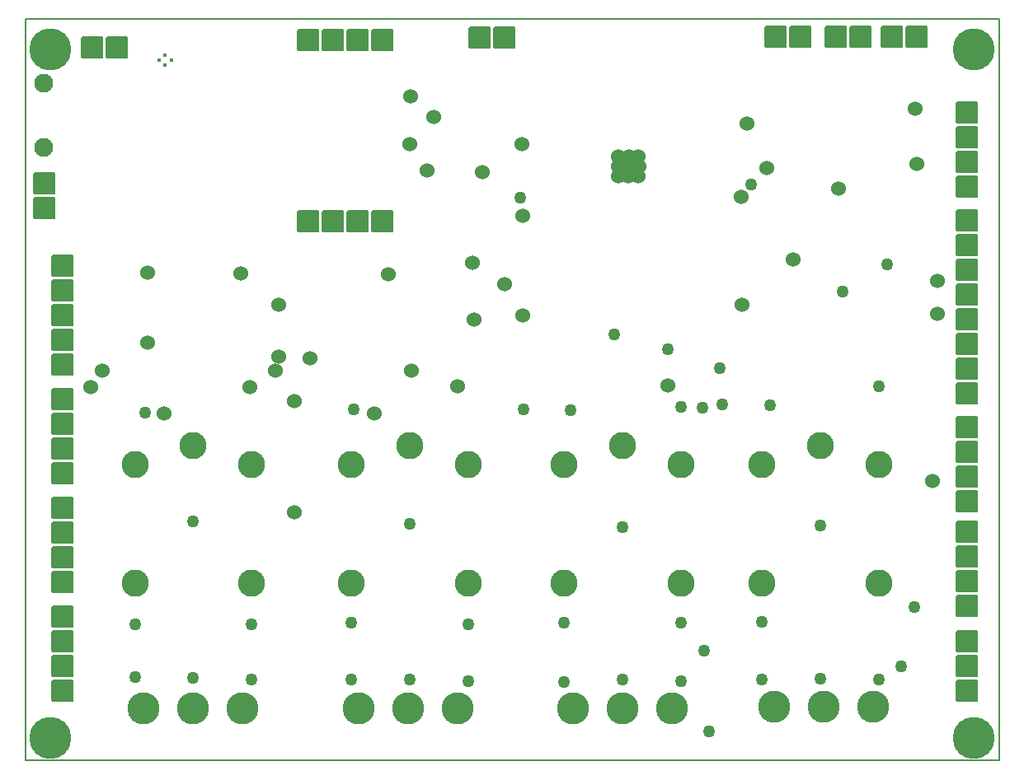
<source format=gbr>
G04 PROTEUS GERBER X2 FILE*
%TF.GenerationSoftware,Labcenter,Proteus,8.9-SP0-Build27865*%
%TF.CreationDate,2021-01-11T14:01:32+00:00*%
%TF.FileFunction,Soldermask,Bot*%
%TF.FilePolarity,Negative*%
%TF.Part,Single*%
%TF.SameCoordinates,{9f0a7d81-3364-476e-981e-304885b4a122}*%
%FSLAX45Y45*%
%MOMM*%
G01*
%TA.AperFunction,Material*%
%ADD43C,1.270000*%
%ADD44C,1.524000*%
%ADD45C,4.318000*%
%TA.AperFunction,Material*%
%ADD46C,3.302000*%
%AMPPAD041*
4,1,36,
1.016000,-1.143000,
-1.016000,-1.143000,
-1.041970,-1.140470,
-1.065980,-1.133200,
-1.087580,-1.121650,
-1.106290,-1.106290,
-1.121650,-1.087570,
-1.133200,-1.065980,
-1.140470,-1.041970,
-1.143000,-1.016000,
-1.143000,1.016000,
-1.140470,1.041970,
-1.133200,1.065980,
-1.121650,1.087570,
-1.106290,1.106290,
-1.087580,1.121650,
-1.065980,1.133200,
-1.041970,1.140470,
-1.016000,1.143000,
1.016000,1.143000,
1.041970,1.140470,
1.065980,1.133200,
1.087580,1.121650,
1.106290,1.106290,
1.121650,1.087570,
1.133200,1.065980,
1.140470,1.041970,
1.143000,1.016000,
1.143000,-1.016000,
1.140470,-1.041970,
1.133200,-1.065980,
1.121650,-1.087570,
1.106290,-1.106290,
1.087580,-1.121650,
1.065980,-1.133200,
1.041970,-1.140470,
1.016000,-1.143000,
0*%
%TA.AperFunction,Material*%
%ADD47PPAD041*%
%AMPPAD047*
4,1,36,
1.143000,1.016000,
1.143000,-1.016000,
1.140470,-1.041970,
1.133200,-1.065980,
1.121650,-1.087580,
1.106290,-1.106290,
1.087570,-1.121650,
1.065980,-1.133200,
1.041970,-1.140470,
1.016000,-1.143000,
-1.016000,-1.143000,
-1.041970,-1.140470,
-1.065980,-1.133200,
-1.087570,-1.121650,
-1.106290,-1.106290,
-1.121650,-1.087580,
-1.133200,-1.065980,
-1.140470,-1.041970,
-1.143000,-1.016000,
-1.143000,1.016000,
-1.140470,1.041970,
-1.133200,1.065980,
-1.121650,1.087580,
-1.106290,1.106290,
-1.087570,1.121650,
-1.065980,1.133200,
-1.041970,1.140470,
-1.016000,1.143000,
1.016000,1.143000,
1.041970,1.140470,
1.065980,1.133200,
1.087570,1.121650,
1.106290,1.106290,
1.121650,1.087580,
1.133200,1.065980,
1.140470,1.041970,
1.143000,1.016000,
0*%
%TA.AperFunction,Material*%
%ADD53PPAD047*%
%TA.AperFunction,Material*%
%ADD54C,2.794000*%
%TA.AperFunction,Material*%
%ADD61C,0.400000*%
%TA.AperFunction,Material*%
%ADD64C,1.950000*%
%TA.AperFunction,Profile*%
%ADD36C,0.203200*%
%TD.AperFunction*%
D43*
X+1265783Y+3569295D03*
X+1760000Y+2450000D03*
X+1760000Y+840000D03*
X+1160000Y+1390000D03*
X+1160000Y+850000D03*
X+2360000Y+820000D03*
X+2360000Y+1390000D03*
X+3410000Y+3600000D03*
X+3980000Y+2420000D03*
X+3980000Y+820000D03*
X+3380000Y+820000D03*
X+3380000Y+1410000D03*
X+4580000Y+810000D03*
X+4580000Y+1390000D03*
X+5630000Y+3590000D03*
X+6170000Y+820000D03*
X+6170000Y+2390000D03*
X+5570000Y+1410000D03*
X+5570000Y+800000D03*
X+6770000Y+810000D03*
X+6770000Y+1410000D03*
X+7679296Y+3645021D03*
X+8200000Y+830000D03*
X+8200000Y+2410000D03*
X+7600000Y+1420000D03*
X+7600000Y+820000D03*
X+8800000Y+820000D03*
D44*
X+7920733Y+5145660D03*
X+3990000Y+6820000D03*
X+3985911Y+6327617D03*
X+9350440Y+2865674D03*
X+6635855Y+3843907D03*
X+4476559Y+3837206D03*
X+2340939Y+3832683D03*
D43*
X+8800000Y+3840000D03*
D44*
X+8381796Y+5867433D03*
D43*
X+8431756Y+4811915D03*
D44*
X+5143500Y+5588000D03*
X+5143500Y+4570000D03*
X+3619500Y+3556000D03*
D43*
X+9160000Y+1570000D03*
X+7053197Y+287109D03*
X+6989593Y+3613334D03*
X+6080000Y+4370000D03*
D44*
X+4727503Y+6034762D03*
X+4953000Y+4889500D03*
X+825500Y+4000500D03*
X+7388135Y+5782228D03*
X+7390660Y+4673503D03*
X+4626667Y+5110741D03*
X+4640000Y+4520000D03*
X+4000500Y+4000500D03*
X+2603500Y+4000500D03*
X+1460500Y+3556000D03*
X+7651826Y+6085007D03*
D43*
X+8885925Y+5090000D03*
D44*
X+4224748Y+6602565D03*
X+4160000Y+6060000D03*
X+5135961Y+6329372D03*
X+3764049Y+4992411D03*
X+2246124Y+5000249D03*
X+1293624Y+5004169D03*
X+1290000Y+4290000D03*
X+710000Y+3830000D03*
X+2954568Y+4122530D03*
X+2633149Y+4142129D03*
X+2637068Y+4679461D03*
X+2794000Y+3683000D03*
X+2794000Y+2540000D03*
D43*
X+5121363Y+5775053D03*
X+6636046Y+4217769D03*
X+6767350Y+3626333D03*
X+7003953Y+1120543D03*
X+9024591Y+955990D03*
D44*
X+9400000Y+4580000D03*
X+9401576Y+4924318D03*
X+9188866Y+6125501D03*
X+9176354Y+6694811D03*
X+7443994Y+6542489D03*
D43*
X+5151157Y+3597261D03*
X+7194733Y+3654649D03*
X+7170000Y+4020000D03*
X+7490000Y+5910000D03*
D45*
X+290000Y+7300000D03*
D46*
X+7724000Y+540000D03*
X+8232000Y+540000D03*
X+8740000Y+540000D03*
D47*
X+980000Y+7320000D03*
X+726000Y+7320000D03*
D44*
X+6125860Y+6201600D03*
X+6232540Y+6201600D03*
X+6331600Y+6201600D03*
X+6334140Y+6100000D03*
X+6230000Y+6100000D03*
X+6125860Y+6094920D03*
X+6128400Y+5993320D03*
X+6230000Y+5995860D03*
X+6331600Y+5995860D03*
D46*
X+1250000Y+530000D03*
X+1758000Y+530000D03*
X+2266000Y+530000D03*
X+3460000Y+530000D03*
X+3968000Y+530000D03*
X+4476000Y+530000D03*
X+5660000Y+530000D03*
X+6168000Y+530000D03*
X+6676000Y+530000D03*
D45*
X+9770000Y+7300000D03*
D53*
X+9710000Y+6646000D03*
X+9710000Y+6392000D03*
X+9710000Y+6138000D03*
X+9710000Y+5884000D03*
D45*
X+290000Y+220000D03*
X+9770000Y+220000D03*
D54*
X+2360000Y+3030000D03*
X+1160000Y+3030000D03*
X+1760000Y+3230000D03*
X+2360000Y+1810000D03*
X+1160000Y+1810000D03*
X+4580000Y+3030000D03*
X+3380000Y+3030000D03*
X+3980000Y+3230000D03*
X+4580000Y+1810000D03*
X+3380000Y+1810000D03*
X+6770000Y+3030000D03*
X+5570000Y+3030000D03*
X+6170000Y+3230000D03*
X+6770000Y+1810000D03*
X+5570000Y+1810000D03*
X+8800000Y+3030000D03*
X+7600000Y+3030000D03*
X+8200000Y+3230000D03*
X+8800000Y+1810000D03*
X+7600000Y+1810000D03*
D53*
X+9710000Y+5536000D03*
X+9710000Y+5282000D03*
X+9710000Y+5028000D03*
X+9710000Y+4774000D03*
X+9710000Y+4520000D03*
X+9710000Y+4266000D03*
X+9710000Y+4012000D03*
X+9710000Y+3758000D03*
D47*
X+2940000Y+5530000D03*
X+3194000Y+5530000D03*
X+3448000Y+5530000D03*
X+3702000Y+5530000D03*
X+8610000Y+7430000D03*
X+8356000Y+7430000D03*
D53*
X+420000Y+5078000D03*
X+420000Y+4824000D03*
X+420000Y+4570000D03*
X+420000Y+4316000D03*
X+420000Y+4062000D03*
X+9710000Y+3416000D03*
X+9710000Y+3162000D03*
X+9710000Y+2908000D03*
X+9710000Y+2654000D03*
D47*
X+9190000Y+7430000D03*
X+8936000Y+7430000D03*
D53*
X+420000Y+1468000D03*
X+420000Y+1214000D03*
X+420000Y+960000D03*
X+420000Y+706000D03*
X+420000Y+2588000D03*
X+420000Y+2334000D03*
X+420000Y+2080000D03*
X+420000Y+1826000D03*
X+420000Y+3704000D03*
X+420000Y+3450000D03*
X+420000Y+3196000D03*
X+420000Y+2942000D03*
D47*
X+2940000Y+7390000D03*
X+3194000Y+7390000D03*
X+3448000Y+7390000D03*
X+3702000Y+7390000D03*
D53*
X+9710000Y+1210000D03*
X+9710000Y+956000D03*
X+9710000Y+702000D03*
X+9710000Y+2342000D03*
X+9710000Y+2088000D03*
X+9710000Y+1834000D03*
X+9710000Y+1580000D03*
D47*
X+8000000Y+7430000D03*
X+7746000Y+7430000D03*
D61*
X+1407000Y+7190000D03*
X+1470000Y+7240000D03*
X+1470000Y+7140000D03*
X+1533000Y+7190000D03*
D47*
X+4700000Y+7420000D03*
X+4954000Y+7420000D03*
D53*
X+230000Y+5920000D03*
X+230000Y+5666000D03*
D64*
X+222000Y+6950000D03*
X+222000Y+6290000D03*
D36*
X+35420Y-8200D02*
X+10035420Y-8200D01*
X+10035420Y+7611800D01*
X+35420Y+7611800D01*
X+35420Y-8200D01*
M02*

</source>
